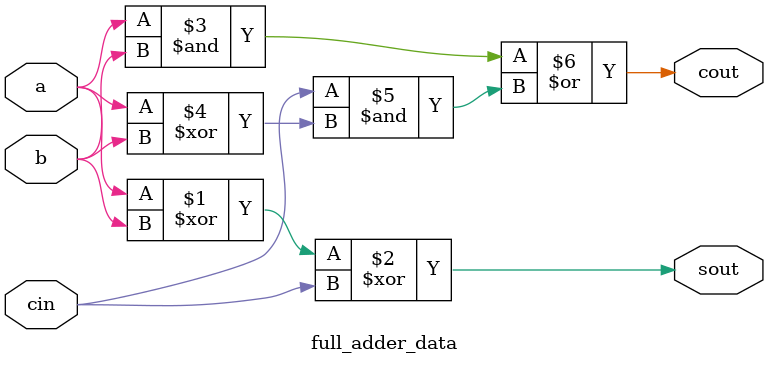
<source format=v>
 module full_adder_data(
 input a, b, cin,
 output sout, cout
 );
 assign sout = a ^ b ^ cin;
 assign cout = (a&b) | cin & (a^b);
 endmodule

</source>
